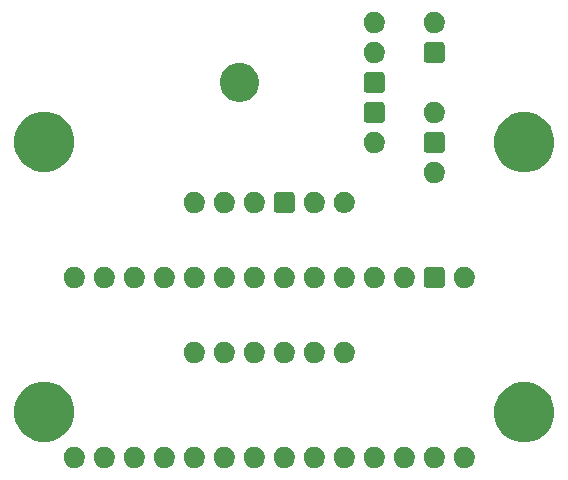
<source format=gts>
G04 #@! TF.GenerationSoftware,KiCad,Pcbnew,5.1.5+dfsg1-2build2*
G04 #@! TF.CreationDate,2021-12-24T19:22:18+01:00*
G04 #@! TF.ProjectId,spinnybee-pcb,7370696e-6e79-4626-9565-2d7063622e6b,rev?*
G04 #@! TF.SameCoordinates,Original*
G04 #@! TF.FileFunction,Soldermask,Top*
G04 #@! TF.FilePolarity,Negative*
%FSLAX46Y46*%
G04 Gerber Fmt 4.6, Leading zero omitted, Abs format (unit mm)*
G04 Created by KiCad (PCBNEW 5.1.5+dfsg1-2build2) date 2021-12-24 19:22:18*
%MOMM*%
%LPD*%
G04 APERTURE LIST*
%ADD10C,0.100000*%
G04 APERTURE END LIST*
D10*
G36*
X101713512Y-66413927D02*
G01*
X101862812Y-66443624D01*
X102026784Y-66511544D01*
X102174354Y-66610147D01*
X102299853Y-66735646D01*
X102398456Y-66883216D01*
X102466376Y-67047188D01*
X102501000Y-67221259D01*
X102501000Y-67398741D01*
X102466376Y-67572812D01*
X102398456Y-67736784D01*
X102299853Y-67884354D01*
X102174354Y-68009853D01*
X102026784Y-68108456D01*
X101862812Y-68176376D01*
X101713512Y-68206073D01*
X101688742Y-68211000D01*
X101511258Y-68211000D01*
X101486488Y-68206073D01*
X101337188Y-68176376D01*
X101173216Y-68108456D01*
X101025646Y-68009853D01*
X100900147Y-67884354D01*
X100801544Y-67736784D01*
X100733624Y-67572812D01*
X100699000Y-67398741D01*
X100699000Y-67221259D01*
X100733624Y-67047188D01*
X100801544Y-66883216D01*
X100900147Y-66735646D01*
X101025646Y-66610147D01*
X101173216Y-66511544D01*
X101337188Y-66443624D01*
X101486488Y-66413927D01*
X101511258Y-66409000D01*
X101688742Y-66409000D01*
X101713512Y-66413927D01*
G37*
G36*
X96633512Y-66413927D02*
G01*
X96782812Y-66443624D01*
X96946784Y-66511544D01*
X97094354Y-66610147D01*
X97219853Y-66735646D01*
X97318456Y-66883216D01*
X97386376Y-67047188D01*
X97421000Y-67221259D01*
X97421000Y-67398741D01*
X97386376Y-67572812D01*
X97318456Y-67736784D01*
X97219853Y-67884354D01*
X97094354Y-68009853D01*
X96946784Y-68108456D01*
X96782812Y-68176376D01*
X96633512Y-68206073D01*
X96608742Y-68211000D01*
X96431258Y-68211000D01*
X96406488Y-68206073D01*
X96257188Y-68176376D01*
X96093216Y-68108456D01*
X95945646Y-68009853D01*
X95820147Y-67884354D01*
X95721544Y-67736784D01*
X95653624Y-67572812D01*
X95619000Y-67398741D01*
X95619000Y-67221259D01*
X95653624Y-67047188D01*
X95721544Y-66883216D01*
X95820147Y-66735646D01*
X95945646Y-66610147D01*
X96093216Y-66511544D01*
X96257188Y-66443624D01*
X96406488Y-66413927D01*
X96431258Y-66409000D01*
X96608742Y-66409000D01*
X96633512Y-66413927D01*
G37*
G36*
X94093512Y-66413927D02*
G01*
X94242812Y-66443624D01*
X94406784Y-66511544D01*
X94554354Y-66610147D01*
X94679853Y-66735646D01*
X94778456Y-66883216D01*
X94846376Y-67047188D01*
X94881000Y-67221259D01*
X94881000Y-67398741D01*
X94846376Y-67572812D01*
X94778456Y-67736784D01*
X94679853Y-67884354D01*
X94554354Y-68009853D01*
X94406784Y-68108456D01*
X94242812Y-68176376D01*
X94093512Y-68206073D01*
X94068742Y-68211000D01*
X93891258Y-68211000D01*
X93866488Y-68206073D01*
X93717188Y-68176376D01*
X93553216Y-68108456D01*
X93405646Y-68009853D01*
X93280147Y-67884354D01*
X93181544Y-67736784D01*
X93113624Y-67572812D01*
X93079000Y-67398741D01*
X93079000Y-67221259D01*
X93113624Y-67047188D01*
X93181544Y-66883216D01*
X93280147Y-66735646D01*
X93405646Y-66610147D01*
X93553216Y-66511544D01*
X93717188Y-66443624D01*
X93866488Y-66413927D01*
X93891258Y-66409000D01*
X94068742Y-66409000D01*
X94093512Y-66413927D01*
G37*
G36*
X91553512Y-66413927D02*
G01*
X91702812Y-66443624D01*
X91866784Y-66511544D01*
X92014354Y-66610147D01*
X92139853Y-66735646D01*
X92238456Y-66883216D01*
X92306376Y-67047188D01*
X92341000Y-67221259D01*
X92341000Y-67398741D01*
X92306376Y-67572812D01*
X92238456Y-67736784D01*
X92139853Y-67884354D01*
X92014354Y-68009853D01*
X91866784Y-68108456D01*
X91702812Y-68176376D01*
X91553512Y-68206073D01*
X91528742Y-68211000D01*
X91351258Y-68211000D01*
X91326488Y-68206073D01*
X91177188Y-68176376D01*
X91013216Y-68108456D01*
X90865646Y-68009853D01*
X90740147Y-67884354D01*
X90641544Y-67736784D01*
X90573624Y-67572812D01*
X90539000Y-67398741D01*
X90539000Y-67221259D01*
X90573624Y-67047188D01*
X90641544Y-66883216D01*
X90740147Y-66735646D01*
X90865646Y-66610147D01*
X91013216Y-66511544D01*
X91177188Y-66443624D01*
X91326488Y-66413927D01*
X91351258Y-66409000D01*
X91528742Y-66409000D01*
X91553512Y-66413927D01*
G37*
G36*
X89013512Y-66413927D02*
G01*
X89162812Y-66443624D01*
X89326784Y-66511544D01*
X89474354Y-66610147D01*
X89599853Y-66735646D01*
X89698456Y-66883216D01*
X89766376Y-67047188D01*
X89801000Y-67221259D01*
X89801000Y-67398741D01*
X89766376Y-67572812D01*
X89698456Y-67736784D01*
X89599853Y-67884354D01*
X89474354Y-68009853D01*
X89326784Y-68108456D01*
X89162812Y-68176376D01*
X89013512Y-68206073D01*
X88988742Y-68211000D01*
X88811258Y-68211000D01*
X88786488Y-68206073D01*
X88637188Y-68176376D01*
X88473216Y-68108456D01*
X88325646Y-68009853D01*
X88200147Y-67884354D01*
X88101544Y-67736784D01*
X88033624Y-67572812D01*
X87999000Y-67398741D01*
X87999000Y-67221259D01*
X88033624Y-67047188D01*
X88101544Y-66883216D01*
X88200147Y-66735646D01*
X88325646Y-66610147D01*
X88473216Y-66511544D01*
X88637188Y-66443624D01*
X88786488Y-66413927D01*
X88811258Y-66409000D01*
X88988742Y-66409000D01*
X89013512Y-66413927D01*
G37*
G36*
X86473512Y-66413927D02*
G01*
X86622812Y-66443624D01*
X86786784Y-66511544D01*
X86934354Y-66610147D01*
X87059853Y-66735646D01*
X87158456Y-66883216D01*
X87226376Y-67047188D01*
X87261000Y-67221259D01*
X87261000Y-67398741D01*
X87226376Y-67572812D01*
X87158456Y-67736784D01*
X87059853Y-67884354D01*
X86934354Y-68009853D01*
X86786784Y-68108456D01*
X86622812Y-68176376D01*
X86473512Y-68206073D01*
X86448742Y-68211000D01*
X86271258Y-68211000D01*
X86246488Y-68206073D01*
X86097188Y-68176376D01*
X85933216Y-68108456D01*
X85785646Y-68009853D01*
X85660147Y-67884354D01*
X85561544Y-67736784D01*
X85493624Y-67572812D01*
X85459000Y-67398741D01*
X85459000Y-67221259D01*
X85493624Y-67047188D01*
X85561544Y-66883216D01*
X85660147Y-66735646D01*
X85785646Y-66610147D01*
X85933216Y-66511544D01*
X86097188Y-66443624D01*
X86246488Y-66413927D01*
X86271258Y-66409000D01*
X86448742Y-66409000D01*
X86473512Y-66413927D01*
G37*
G36*
X83933512Y-66413927D02*
G01*
X84082812Y-66443624D01*
X84246784Y-66511544D01*
X84394354Y-66610147D01*
X84519853Y-66735646D01*
X84618456Y-66883216D01*
X84686376Y-67047188D01*
X84721000Y-67221259D01*
X84721000Y-67398741D01*
X84686376Y-67572812D01*
X84618456Y-67736784D01*
X84519853Y-67884354D01*
X84394354Y-68009853D01*
X84246784Y-68108456D01*
X84082812Y-68176376D01*
X83933512Y-68206073D01*
X83908742Y-68211000D01*
X83731258Y-68211000D01*
X83706488Y-68206073D01*
X83557188Y-68176376D01*
X83393216Y-68108456D01*
X83245646Y-68009853D01*
X83120147Y-67884354D01*
X83021544Y-67736784D01*
X82953624Y-67572812D01*
X82919000Y-67398741D01*
X82919000Y-67221259D01*
X82953624Y-67047188D01*
X83021544Y-66883216D01*
X83120147Y-66735646D01*
X83245646Y-66610147D01*
X83393216Y-66511544D01*
X83557188Y-66443624D01*
X83706488Y-66413927D01*
X83731258Y-66409000D01*
X83908742Y-66409000D01*
X83933512Y-66413927D01*
G37*
G36*
X81393512Y-66413927D02*
G01*
X81542812Y-66443624D01*
X81706784Y-66511544D01*
X81854354Y-66610147D01*
X81979853Y-66735646D01*
X82078456Y-66883216D01*
X82146376Y-67047188D01*
X82181000Y-67221259D01*
X82181000Y-67398741D01*
X82146376Y-67572812D01*
X82078456Y-67736784D01*
X81979853Y-67884354D01*
X81854354Y-68009853D01*
X81706784Y-68108456D01*
X81542812Y-68176376D01*
X81393512Y-68206073D01*
X81368742Y-68211000D01*
X81191258Y-68211000D01*
X81166488Y-68206073D01*
X81017188Y-68176376D01*
X80853216Y-68108456D01*
X80705646Y-68009853D01*
X80580147Y-67884354D01*
X80481544Y-67736784D01*
X80413624Y-67572812D01*
X80379000Y-67398741D01*
X80379000Y-67221259D01*
X80413624Y-67047188D01*
X80481544Y-66883216D01*
X80580147Y-66735646D01*
X80705646Y-66610147D01*
X80853216Y-66511544D01*
X81017188Y-66443624D01*
X81166488Y-66413927D01*
X81191258Y-66409000D01*
X81368742Y-66409000D01*
X81393512Y-66413927D01*
G37*
G36*
X78853512Y-66413927D02*
G01*
X79002812Y-66443624D01*
X79166784Y-66511544D01*
X79314354Y-66610147D01*
X79439853Y-66735646D01*
X79538456Y-66883216D01*
X79606376Y-67047188D01*
X79641000Y-67221259D01*
X79641000Y-67398741D01*
X79606376Y-67572812D01*
X79538456Y-67736784D01*
X79439853Y-67884354D01*
X79314354Y-68009853D01*
X79166784Y-68108456D01*
X79002812Y-68176376D01*
X78853512Y-68206073D01*
X78828742Y-68211000D01*
X78651258Y-68211000D01*
X78626488Y-68206073D01*
X78477188Y-68176376D01*
X78313216Y-68108456D01*
X78165646Y-68009853D01*
X78040147Y-67884354D01*
X77941544Y-67736784D01*
X77873624Y-67572812D01*
X77839000Y-67398741D01*
X77839000Y-67221259D01*
X77873624Y-67047188D01*
X77941544Y-66883216D01*
X78040147Y-66735646D01*
X78165646Y-66610147D01*
X78313216Y-66511544D01*
X78477188Y-66443624D01*
X78626488Y-66413927D01*
X78651258Y-66409000D01*
X78828742Y-66409000D01*
X78853512Y-66413927D01*
G37*
G36*
X76313512Y-66413927D02*
G01*
X76462812Y-66443624D01*
X76626784Y-66511544D01*
X76774354Y-66610147D01*
X76899853Y-66735646D01*
X76998456Y-66883216D01*
X77066376Y-67047188D01*
X77101000Y-67221259D01*
X77101000Y-67398741D01*
X77066376Y-67572812D01*
X76998456Y-67736784D01*
X76899853Y-67884354D01*
X76774354Y-68009853D01*
X76626784Y-68108456D01*
X76462812Y-68176376D01*
X76313512Y-68206073D01*
X76288742Y-68211000D01*
X76111258Y-68211000D01*
X76086488Y-68206073D01*
X75937188Y-68176376D01*
X75773216Y-68108456D01*
X75625646Y-68009853D01*
X75500147Y-67884354D01*
X75401544Y-67736784D01*
X75333624Y-67572812D01*
X75299000Y-67398741D01*
X75299000Y-67221259D01*
X75333624Y-67047188D01*
X75401544Y-66883216D01*
X75500147Y-66735646D01*
X75625646Y-66610147D01*
X75773216Y-66511544D01*
X75937188Y-66443624D01*
X76086488Y-66413927D01*
X76111258Y-66409000D01*
X76288742Y-66409000D01*
X76313512Y-66413927D01*
G37*
G36*
X73773512Y-66413927D02*
G01*
X73922812Y-66443624D01*
X74086784Y-66511544D01*
X74234354Y-66610147D01*
X74359853Y-66735646D01*
X74458456Y-66883216D01*
X74526376Y-67047188D01*
X74561000Y-67221259D01*
X74561000Y-67398741D01*
X74526376Y-67572812D01*
X74458456Y-67736784D01*
X74359853Y-67884354D01*
X74234354Y-68009853D01*
X74086784Y-68108456D01*
X73922812Y-68176376D01*
X73773512Y-68206073D01*
X73748742Y-68211000D01*
X73571258Y-68211000D01*
X73546488Y-68206073D01*
X73397188Y-68176376D01*
X73233216Y-68108456D01*
X73085646Y-68009853D01*
X72960147Y-67884354D01*
X72861544Y-67736784D01*
X72793624Y-67572812D01*
X72759000Y-67398741D01*
X72759000Y-67221259D01*
X72793624Y-67047188D01*
X72861544Y-66883216D01*
X72960147Y-66735646D01*
X73085646Y-66610147D01*
X73233216Y-66511544D01*
X73397188Y-66443624D01*
X73546488Y-66413927D01*
X73571258Y-66409000D01*
X73748742Y-66409000D01*
X73773512Y-66413927D01*
G37*
G36*
X71233512Y-66413927D02*
G01*
X71382812Y-66443624D01*
X71546784Y-66511544D01*
X71694354Y-66610147D01*
X71819853Y-66735646D01*
X71918456Y-66883216D01*
X71986376Y-67047188D01*
X72021000Y-67221259D01*
X72021000Y-67398741D01*
X71986376Y-67572812D01*
X71918456Y-67736784D01*
X71819853Y-67884354D01*
X71694354Y-68009853D01*
X71546784Y-68108456D01*
X71382812Y-68176376D01*
X71233512Y-68206073D01*
X71208742Y-68211000D01*
X71031258Y-68211000D01*
X71006488Y-68206073D01*
X70857188Y-68176376D01*
X70693216Y-68108456D01*
X70545646Y-68009853D01*
X70420147Y-67884354D01*
X70321544Y-67736784D01*
X70253624Y-67572812D01*
X70219000Y-67398741D01*
X70219000Y-67221259D01*
X70253624Y-67047188D01*
X70321544Y-66883216D01*
X70420147Y-66735646D01*
X70545646Y-66610147D01*
X70693216Y-66511544D01*
X70857188Y-66443624D01*
X71006488Y-66413927D01*
X71031258Y-66409000D01*
X71208742Y-66409000D01*
X71233512Y-66413927D01*
G37*
G36*
X68693512Y-66413927D02*
G01*
X68842812Y-66443624D01*
X69006784Y-66511544D01*
X69154354Y-66610147D01*
X69279853Y-66735646D01*
X69378456Y-66883216D01*
X69446376Y-67047188D01*
X69481000Y-67221259D01*
X69481000Y-67398741D01*
X69446376Y-67572812D01*
X69378456Y-67736784D01*
X69279853Y-67884354D01*
X69154354Y-68009853D01*
X69006784Y-68108456D01*
X68842812Y-68176376D01*
X68693512Y-68206073D01*
X68668742Y-68211000D01*
X68491258Y-68211000D01*
X68466488Y-68206073D01*
X68317188Y-68176376D01*
X68153216Y-68108456D01*
X68005646Y-68009853D01*
X67880147Y-67884354D01*
X67781544Y-67736784D01*
X67713624Y-67572812D01*
X67679000Y-67398741D01*
X67679000Y-67221259D01*
X67713624Y-67047188D01*
X67781544Y-66883216D01*
X67880147Y-66735646D01*
X68005646Y-66610147D01*
X68153216Y-66511544D01*
X68317188Y-66443624D01*
X68466488Y-66413927D01*
X68491258Y-66409000D01*
X68668742Y-66409000D01*
X68693512Y-66413927D01*
G37*
G36*
X99173512Y-66413927D02*
G01*
X99322812Y-66443624D01*
X99486784Y-66511544D01*
X99634354Y-66610147D01*
X99759853Y-66735646D01*
X99858456Y-66883216D01*
X99926376Y-67047188D01*
X99961000Y-67221259D01*
X99961000Y-67398741D01*
X99926376Y-67572812D01*
X99858456Y-67736784D01*
X99759853Y-67884354D01*
X99634354Y-68009853D01*
X99486784Y-68108456D01*
X99322812Y-68176376D01*
X99173512Y-68206073D01*
X99148742Y-68211000D01*
X98971258Y-68211000D01*
X98946488Y-68206073D01*
X98797188Y-68176376D01*
X98633216Y-68108456D01*
X98485646Y-68009853D01*
X98360147Y-67884354D01*
X98261544Y-67736784D01*
X98193624Y-67572812D01*
X98159000Y-67398741D01*
X98159000Y-67221259D01*
X98193624Y-67047188D01*
X98261544Y-66883216D01*
X98360147Y-66735646D01*
X98485646Y-66610147D01*
X98633216Y-66511544D01*
X98797188Y-66443624D01*
X98946488Y-66413927D01*
X98971258Y-66409000D01*
X99148742Y-66409000D01*
X99173512Y-66413927D01*
G37*
G36*
X107424098Y-61047033D02*
G01*
X107765227Y-61188333D01*
X107888352Y-61239333D01*
X108306168Y-61518509D01*
X108661491Y-61873832D01*
X108906591Y-62240650D01*
X108940668Y-62291650D01*
X109132967Y-62755902D01*
X109231000Y-63248747D01*
X109231000Y-63751253D01*
X109132967Y-64244098D01*
X108961793Y-64657350D01*
X108940667Y-64708352D01*
X108661491Y-65126168D01*
X108306168Y-65481491D01*
X107888352Y-65760667D01*
X107888351Y-65760668D01*
X107888350Y-65760668D01*
X107424098Y-65952967D01*
X106931253Y-66051000D01*
X106428747Y-66051000D01*
X105935902Y-65952967D01*
X105471650Y-65760668D01*
X105471649Y-65760668D01*
X105471648Y-65760667D01*
X105053832Y-65481491D01*
X104698509Y-65126168D01*
X104419333Y-64708352D01*
X104398207Y-64657350D01*
X104227033Y-64244098D01*
X104129000Y-63751253D01*
X104129000Y-63248747D01*
X104227033Y-62755902D01*
X104419332Y-62291650D01*
X104453409Y-62240650D01*
X104698509Y-61873832D01*
X105053832Y-61518509D01*
X105471648Y-61239333D01*
X105594773Y-61188333D01*
X105935902Y-61047033D01*
X106428747Y-60949000D01*
X106931253Y-60949000D01*
X107424098Y-61047033D01*
G37*
G36*
X66784098Y-60996033D02*
G01*
X67248350Y-61188332D01*
X67248352Y-61188333D01*
X67666168Y-61467509D01*
X68021491Y-61822832D01*
X68300667Y-62240648D01*
X68300668Y-62240650D01*
X68492967Y-62704902D01*
X68591000Y-63197747D01*
X68591000Y-63700253D01*
X68492967Y-64193098D01*
X68300668Y-64657350D01*
X68300667Y-64657352D01*
X68021491Y-65075168D01*
X67666168Y-65430491D01*
X67248352Y-65709667D01*
X67248351Y-65709668D01*
X67248350Y-65709668D01*
X66784098Y-65901967D01*
X66291253Y-66000000D01*
X65788747Y-66000000D01*
X65295902Y-65901967D01*
X64831650Y-65709668D01*
X64831649Y-65709668D01*
X64831648Y-65709667D01*
X64413832Y-65430491D01*
X64058509Y-65075168D01*
X63779333Y-64657352D01*
X63779332Y-64657350D01*
X63587033Y-64193098D01*
X63489000Y-63700253D01*
X63489000Y-63197747D01*
X63587033Y-62704902D01*
X63779332Y-62240650D01*
X63779333Y-62240648D01*
X64058509Y-61822832D01*
X64413832Y-61467509D01*
X64831648Y-61188333D01*
X64831650Y-61188332D01*
X65295902Y-60996033D01*
X65788747Y-60898000D01*
X66291253Y-60898000D01*
X66784098Y-60996033D01*
G37*
G36*
X91553512Y-57523927D02*
G01*
X91702812Y-57553624D01*
X91866784Y-57621544D01*
X92014354Y-57720147D01*
X92139853Y-57845646D01*
X92238456Y-57993216D01*
X92306376Y-58157188D01*
X92341000Y-58331259D01*
X92341000Y-58508741D01*
X92306376Y-58682812D01*
X92238456Y-58846784D01*
X92139853Y-58994354D01*
X92014354Y-59119853D01*
X91866784Y-59218456D01*
X91702812Y-59286376D01*
X91553512Y-59316073D01*
X91528742Y-59321000D01*
X91351258Y-59321000D01*
X91326488Y-59316073D01*
X91177188Y-59286376D01*
X91013216Y-59218456D01*
X90865646Y-59119853D01*
X90740147Y-58994354D01*
X90641544Y-58846784D01*
X90573624Y-58682812D01*
X90539000Y-58508741D01*
X90539000Y-58331259D01*
X90573624Y-58157188D01*
X90641544Y-57993216D01*
X90740147Y-57845646D01*
X90865646Y-57720147D01*
X91013216Y-57621544D01*
X91177188Y-57553624D01*
X91326488Y-57523927D01*
X91351258Y-57519000D01*
X91528742Y-57519000D01*
X91553512Y-57523927D01*
G37*
G36*
X89013512Y-57523927D02*
G01*
X89162812Y-57553624D01*
X89326784Y-57621544D01*
X89474354Y-57720147D01*
X89599853Y-57845646D01*
X89698456Y-57993216D01*
X89766376Y-58157188D01*
X89801000Y-58331259D01*
X89801000Y-58508741D01*
X89766376Y-58682812D01*
X89698456Y-58846784D01*
X89599853Y-58994354D01*
X89474354Y-59119853D01*
X89326784Y-59218456D01*
X89162812Y-59286376D01*
X89013512Y-59316073D01*
X88988742Y-59321000D01*
X88811258Y-59321000D01*
X88786488Y-59316073D01*
X88637188Y-59286376D01*
X88473216Y-59218456D01*
X88325646Y-59119853D01*
X88200147Y-58994354D01*
X88101544Y-58846784D01*
X88033624Y-58682812D01*
X87999000Y-58508741D01*
X87999000Y-58331259D01*
X88033624Y-58157188D01*
X88101544Y-57993216D01*
X88200147Y-57845646D01*
X88325646Y-57720147D01*
X88473216Y-57621544D01*
X88637188Y-57553624D01*
X88786488Y-57523927D01*
X88811258Y-57519000D01*
X88988742Y-57519000D01*
X89013512Y-57523927D01*
G37*
G36*
X86473512Y-57523927D02*
G01*
X86622812Y-57553624D01*
X86786784Y-57621544D01*
X86934354Y-57720147D01*
X87059853Y-57845646D01*
X87158456Y-57993216D01*
X87226376Y-58157188D01*
X87261000Y-58331259D01*
X87261000Y-58508741D01*
X87226376Y-58682812D01*
X87158456Y-58846784D01*
X87059853Y-58994354D01*
X86934354Y-59119853D01*
X86786784Y-59218456D01*
X86622812Y-59286376D01*
X86473512Y-59316073D01*
X86448742Y-59321000D01*
X86271258Y-59321000D01*
X86246488Y-59316073D01*
X86097188Y-59286376D01*
X85933216Y-59218456D01*
X85785646Y-59119853D01*
X85660147Y-58994354D01*
X85561544Y-58846784D01*
X85493624Y-58682812D01*
X85459000Y-58508741D01*
X85459000Y-58331259D01*
X85493624Y-58157188D01*
X85561544Y-57993216D01*
X85660147Y-57845646D01*
X85785646Y-57720147D01*
X85933216Y-57621544D01*
X86097188Y-57553624D01*
X86246488Y-57523927D01*
X86271258Y-57519000D01*
X86448742Y-57519000D01*
X86473512Y-57523927D01*
G37*
G36*
X83933512Y-57523927D02*
G01*
X84082812Y-57553624D01*
X84246784Y-57621544D01*
X84394354Y-57720147D01*
X84519853Y-57845646D01*
X84618456Y-57993216D01*
X84686376Y-58157188D01*
X84721000Y-58331259D01*
X84721000Y-58508741D01*
X84686376Y-58682812D01*
X84618456Y-58846784D01*
X84519853Y-58994354D01*
X84394354Y-59119853D01*
X84246784Y-59218456D01*
X84082812Y-59286376D01*
X83933512Y-59316073D01*
X83908742Y-59321000D01*
X83731258Y-59321000D01*
X83706488Y-59316073D01*
X83557188Y-59286376D01*
X83393216Y-59218456D01*
X83245646Y-59119853D01*
X83120147Y-58994354D01*
X83021544Y-58846784D01*
X82953624Y-58682812D01*
X82919000Y-58508741D01*
X82919000Y-58331259D01*
X82953624Y-58157188D01*
X83021544Y-57993216D01*
X83120147Y-57845646D01*
X83245646Y-57720147D01*
X83393216Y-57621544D01*
X83557188Y-57553624D01*
X83706488Y-57523927D01*
X83731258Y-57519000D01*
X83908742Y-57519000D01*
X83933512Y-57523927D01*
G37*
G36*
X81393512Y-57523927D02*
G01*
X81542812Y-57553624D01*
X81706784Y-57621544D01*
X81854354Y-57720147D01*
X81979853Y-57845646D01*
X82078456Y-57993216D01*
X82146376Y-58157188D01*
X82181000Y-58331259D01*
X82181000Y-58508741D01*
X82146376Y-58682812D01*
X82078456Y-58846784D01*
X81979853Y-58994354D01*
X81854354Y-59119853D01*
X81706784Y-59218456D01*
X81542812Y-59286376D01*
X81393512Y-59316073D01*
X81368742Y-59321000D01*
X81191258Y-59321000D01*
X81166488Y-59316073D01*
X81017188Y-59286376D01*
X80853216Y-59218456D01*
X80705646Y-59119853D01*
X80580147Y-58994354D01*
X80481544Y-58846784D01*
X80413624Y-58682812D01*
X80379000Y-58508741D01*
X80379000Y-58331259D01*
X80413624Y-58157188D01*
X80481544Y-57993216D01*
X80580147Y-57845646D01*
X80705646Y-57720147D01*
X80853216Y-57621544D01*
X81017188Y-57553624D01*
X81166488Y-57523927D01*
X81191258Y-57519000D01*
X81368742Y-57519000D01*
X81393512Y-57523927D01*
G37*
G36*
X78853512Y-57523927D02*
G01*
X79002812Y-57553624D01*
X79166784Y-57621544D01*
X79314354Y-57720147D01*
X79439853Y-57845646D01*
X79538456Y-57993216D01*
X79606376Y-58157188D01*
X79641000Y-58331259D01*
X79641000Y-58508741D01*
X79606376Y-58682812D01*
X79538456Y-58846784D01*
X79439853Y-58994354D01*
X79314354Y-59119853D01*
X79166784Y-59218456D01*
X79002812Y-59286376D01*
X78853512Y-59316073D01*
X78828742Y-59321000D01*
X78651258Y-59321000D01*
X78626488Y-59316073D01*
X78477188Y-59286376D01*
X78313216Y-59218456D01*
X78165646Y-59119853D01*
X78040147Y-58994354D01*
X77941544Y-58846784D01*
X77873624Y-58682812D01*
X77839000Y-58508741D01*
X77839000Y-58331259D01*
X77873624Y-58157188D01*
X77941544Y-57993216D01*
X78040147Y-57845646D01*
X78165646Y-57720147D01*
X78313216Y-57621544D01*
X78477188Y-57553624D01*
X78626488Y-57523927D01*
X78651258Y-57519000D01*
X78828742Y-57519000D01*
X78853512Y-57523927D01*
G37*
G36*
X68693512Y-51173927D02*
G01*
X68842812Y-51203624D01*
X69006784Y-51271544D01*
X69154354Y-51370147D01*
X69279853Y-51495646D01*
X69378456Y-51643216D01*
X69446376Y-51807188D01*
X69481000Y-51981259D01*
X69481000Y-52158741D01*
X69446376Y-52332812D01*
X69378456Y-52496784D01*
X69279853Y-52644354D01*
X69154354Y-52769853D01*
X69006784Y-52868456D01*
X68842812Y-52936376D01*
X68693512Y-52966073D01*
X68668742Y-52971000D01*
X68491258Y-52971000D01*
X68466488Y-52966073D01*
X68317188Y-52936376D01*
X68153216Y-52868456D01*
X68005646Y-52769853D01*
X67880147Y-52644354D01*
X67781544Y-52496784D01*
X67713624Y-52332812D01*
X67679000Y-52158741D01*
X67679000Y-51981259D01*
X67713624Y-51807188D01*
X67781544Y-51643216D01*
X67880147Y-51495646D01*
X68005646Y-51370147D01*
X68153216Y-51271544D01*
X68317188Y-51203624D01*
X68466488Y-51173927D01*
X68491258Y-51169000D01*
X68668742Y-51169000D01*
X68693512Y-51173927D01*
G37*
G36*
X71233512Y-51173927D02*
G01*
X71382812Y-51203624D01*
X71546784Y-51271544D01*
X71694354Y-51370147D01*
X71819853Y-51495646D01*
X71918456Y-51643216D01*
X71986376Y-51807188D01*
X72021000Y-51981259D01*
X72021000Y-52158741D01*
X71986376Y-52332812D01*
X71918456Y-52496784D01*
X71819853Y-52644354D01*
X71694354Y-52769853D01*
X71546784Y-52868456D01*
X71382812Y-52936376D01*
X71233512Y-52966073D01*
X71208742Y-52971000D01*
X71031258Y-52971000D01*
X71006488Y-52966073D01*
X70857188Y-52936376D01*
X70693216Y-52868456D01*
X70545646Y-52769853D01*
X70420147Y-52644354D01*
X70321544Y-52496784D01*
X70253624Y-52332812D01*
X70219000Y-52158741D01*
X70219000Y-51981259D01*
X70253624Y-51807188D01*
X70321544Y-51643216D01*
X70420147Y-51495646D01*
X70545646Y-51370147D01*
X70693216Y-51271544D01*
X70857188Y-51203624D01*
X71006488Y-51173927D01*
X71031258Y-51169000D01*
X71208742Y-51169000D01*
X71233512Y-51173927D01*
G37*
G36*
X73773512Y-51173927D02*
G01*
X73922812Y-51203624D01*
X74086784Y-51271544D01*
X74234354Y-51370147D01*
X74359853Y-51495646D01*
X74458456Y-51643216D01*
X74526376Y-51807188D01*
X74561000Y-51981259D01*
X74561000Y-52158741D01*
X74526376Y-52332812D01*
X74458456Y-52496784D01*
X74359853Y-52644354D01*
X74234354Y-52769853D01*
X74086784Y-52868456D01*
X73922812Y-52936376D01*
X73773512Y-52966073D01*
X73748742Y-52971000D01*
X73571258Y-52971000D01*
X73546488Y-52966073D01*
X73397188Y-52936376D01*
X73233216Y-52868456D01*
X73085646Y-52769853D01*
X72960147Y-52644354D01*
X72861544Y-52496784D01*
X72793624Y-52332812D01*
X72759000Y-52158741D01*
X72759000Y-51981259D01*
X72793624Y-51807188D01*
X72861544Y-51643216D01*
X72960147Y-51495646D01*
X73085646Y-51370147D01*
X73233216Y-51271544D01*
X73397188Y-51203624D01*
X73546488Y-51173927D01*
X73571258Y-51169000D01*
X73748742Y-51169000D01*
X73773512Y-51173927D01*
G37*
G36*
X78853512Y-51173927D02*
G01*
X79002812Y-51203624D01*
X79166784Y-51271544D01*
X79314354Y-51370147D01*
X79439853Y-51495646D01*
X79538456Y-51643216D01*
X79606376Y-51807188D01*
X79641000Y-51981259D01*
X79641000Y-52158741D01*
X79606376Y-52332812D01*
X79538456Y-52496784D01*
X79439853Y-52644354D01*
X79314354Y-52769853D01*
X79166784Y-52868456D01*
X79002812Y-52936376D01*
X78853512Y-52966073D01*
X78828742Y-52971000D01*
X78651258Y-52971000D01*
X78626488Y-52966073D01*
X78477188Y-52936376D01*
X78313216Y-52868456D01*
X78165646Y-52769853D01*
X78040147Y-52644354D01*
X77941544Y-52496784D01*
X77873624Y-52332812D01*
X77839000Y-52158741D01*
X77839000Y-51981259D01*
X77873624Y-51807188D01*
X77941544Y-51643216D01*
X78040147Y-51495646D01*
X78165646Y-51370147D01*
X78313216Y-51271544D01*
X78477188Y-51203624D01*
X78626488Y-51173927D01*
X78651258Y-51169000D01*
X78828742Y-51169000D01*
X78853512Y-51173927D01*
G37*
G36*
X101713512Y-51173927D02*
G01*
X101862812Y-51203624D01*
X102026784Y-51271544D01*
X102174354Y-51370147D01*
X102299853Y-51495646D01*
X102398456Y-51643216D01*
X102466376Y-51807188D01*
X102501000Y-51981259D01*
X102501000Y-52158741D01*
X102466376Y-52332812D01*
X102398456Y-52496784D01*
X102299853Y-52644354D01*
X102174354Y-52769853D01*
X102026784Y-52868456D01*
X101862812Y-52936376D01*
X101713512Y-52966073D01*
X101688742Y-52971000D01*
X101511258Y-52971000D01*
X101486488Y-52966073D01*
X101337188Y-52936376D01*
X101173216Y-52868456D01*
X101025646Y-52769853D01*
X100900147Y-52644354D01*
X100801544Y-52496784D01*
X100733624Y-52332812D01*
X100699000Y-52158741D01*
X100699000Y-51981259D01*
X100733624Y-51807188D01*
X100801544Y-51643216D01*
X100900147Y-51495646D01*
X101025646Y-51370147D01*
X101173216Y-51271544D01*
X101337188Y-51203624D01*
X101486488Y-51173927D01*
X101511258Y-51169000D01*
X101688742Y-51169000D01*
X101713512Y-51173927D01*
G37*
G36*
X91553512Y-51173927D02*
G01*
X91702812Y-51203624D01*
X91866784Y-51271544D01*
X92014354Y-51370147D01*
X92139853Y-51495646D01*
X92238456Y-51643216D01*
X92306376Y-51807188D01*
X92341000Y-51981259D01*
X92341000Y-52158741D01*
X92306376Y-52332812D01*
X92238456Y-52496784D01*
X92139853Y-52644354D01*
X92014354Y-52769853D01*
X91866784Y-52868456D01*
X91702812Y-52936376D01*
X91553512Y-52966073D01*
X91528742Y-52971000D01*
X91351258Y-52971000D01*
X91326488Y-52966073D01*
X91177188Y-52936376D01*
X91013216Y-52868456D01*
X90865646Y-52769853D01*
X90740147Y-52644354D01*
X90641544Y-52496784D01*
X90573624Y-52332812D01*
X90539000Y-52158741D01*
X90539000Y-51981259D01*
X90573624Y-51807188D01*
X90641544Y-51643216D01*
X90740147Y-51495646D01*
X90865646Y-51370147D01*
X91013216Y-51271544D01*
X91177188Y-51203624D01*
X91326488Y-51173927D01*
X91351258Y-51169000D01*
X91528742Y-51169000D01*
X91553512Y-51173927D01*
G37*
G36*
X99648578Y-51177048D02*
G01*
X99721249Y-51199093D01*
X99788225Y-51234892D01*
X99846930Y-51283070D01*
X99895108Y-51341775D01*
X99930907Y-51408751D01*
X99952952Y-51481422D01*
X99961000Y-51563140D01*
X99961000Y-52576860D01*
X99952952Y-52658578D01*
X99930907Y-52731249D01*
X99895108Y-52798225D01*
X99846930Y-52856930D01*
X99788225Y-52905108D01*
X99721249Y-52940907D01*
X99648578Y-52962952D01*
X99566860Y-52971000D01*
X98553140Y-52971000D01*
X98471422Y-52962952D01*
X98398751Y-52940907D01*
X98331775Y-52905108D01*
X98273070Y-52856930D01*
X98224892Y-52798225D01*
X98189093Y-52731249D01*
X98167048Y-52658578D01*
X98159000Y-52576860D01*
X98159000Y-51563140D01*
X98167048Y-51481422D01*
X98189093Y-51408751D01*
X98224892Y-51341775D01*
X98273070Y-51283070D01*
X98331775Y-51234892D01*
X98398751Y-51199093D01*
X98471422Y-51177048D01*
X98553140Y-51169000D01*
X99566860Y-51169000D01*
X99648578Y-51177048D01*
G37*
G36*
X94093512Y-51173927D02*
G01*
X94242812Y-51203624D01*
X94406784Y-51271544D01*
X94554354Y-51370147D01*
X94679853Y-51495646D01*
X94778456Y-51643216D01*
X94846376Y-51807188D01*
X94881000Y-51981259D01*
X94881000Y-52158741D01*
X94846376Y-52332812D01*
X94778456Y-52496784D01*
X94679853Y-52644354D01*
X94554354Y-52769853D01*
X94406784Y-52868456D01*
X94242812Y-52936376D01*
X94093512Y-52966073D01*
X94068742Y-52971000D01*
X93891258Y-52971000D01*
X93866488Y-52966073D01*
X93717188Y-52936376D01*
X93553216Y-52868456D01*
X93405646Y-52769853D01*
X93280147Y-52644354D01*
X93181544Y-52496784D01*
X93113624Y-52332812D01*
X93079000Y-52158741D01*
X93079000Y-51981259D01*
X93113624Y-51807188D01*
X93181544Y-51643216D01*
X93280147Y-51495646D01*
X93405646Y-51370147D01*
X93553216Y-51271544D01*
X93717188Y-51203624D01*
X93866488Y-51173927D01*
X93891258Y-51169000D01*
X94068742Y-51169000D01*
X94093512Y-51173927D01*
G37*
G36*
X89013512Y-51173927D02*
G01*
X89162812Y-51203624D01*
X89326784Y-51271544D01*
X89474354Y-51370147D01*
X89599853Y-51495646D01*
X89698456Y-51643216D01*
X89766376Y-51807188D01*
X89801000Y-51981259D01*
X89801000Y-52158741D01*
X89766376Y-52332812D01*
X89698456Y-52496784D01*
X89599853Y-52644354D01*
X89474354Y-52769853D01*
X89326784Y-52868456D01*
X89162812Y-52936376D01*
X89013512Y-52966073D01*
X88988742Y-52971000D01*
X88811258Y-52971000D01*
X88786488Y-52966073D01*
X88637188Y-52936376D01*
X88473216Y-52868456D01*
X88325646Y-52769853D01*
X88200147Y-52644354D01*
X88101544Y-52496784D01*
X88033624Y-52332812D01*
X87999000Y-52158741D01*
X87999000Y-51981259D01*
X88033624Y-51807188D01*
X88101544Y-51643216D01*
X88200147Y-51495646D01*
X88325646Y-51370147D01*
X88473216Y-51271544D01*
X88637188Y-51203624D01*
X88786488Y-51173927D01*
X88811258Y-51169000D01*
X88988742Y-51169000D01*
X89013512Y-51173927D01*
G37*
G36*
X86473512Y-51173927D02*
G01*
X86622812Y-51203624D01*
X86786784Y-51271544D01*
X86934354Y-51370147D01*
X87059853Y-51495646D01*
X87158456Y-51643216D01*
X87226376Y-51807188D01*
X87261000Y-51981259D01*
X87261000Y-52158741D01*
X87226376Y-52332812D01*
X87158456Y-52496784D01*
X87059853Y-52644354D01*
X86934354Y-52769853D01*
X86786784Y-52868456D01*
X86622812Y-52936376D01*
X86473512Y-52966073D01*
X86448742Y-52971000D01*
X86271258Y-52971000D01*
X86246488Y-52966073D01*
X86097188Y-52936376D01*
X85933216Y-52868456D01*
X85785646Y-52769853D01*
X85660147Y-52644354D01*
X85561544Y-52496784D01*
X85493624Y-52332812D01*
X85459000Y-52158741D01*
X85459000Y-51981259D01*
X85493624Y-51807188D01*
X85561544Y-51643216D01*
X85660147Y-51495646D01*
X85785646Y-51370147D01*
X85933216Y-51271544D01*
X86097188Y-51203624D01*
X86246488Y-51173927D01*
X86271258Y-51169000D01*
X86448742Y-51169000D01*
X86473512Y-51173927D01*
G37*
G36*
X83933512Y-51173927D02*
G01*
X84082812Y-51203624D01*
X84246784Y-51271544D01*
X84394354Y-51370147D01*
X84519853Y-51495646D01*
X84618456Y-51643216D01*
X84686376Y-51807188D01*
X84721000Y-51981259D01*
X84721000Y-52158741D01*
X84686376Y-52332812D01*
X84618456Y-52496784D01*
X84519853Y-52644354D01*
X84394354Y-52769853D01*
X84246784Y-52868456D01*
X84082812Y-52936376D01*
X83933512Y-52966073D01*
X83908742Y-52971000D01*
X83731258Y-52971000D01*
X83706488Y-52966073D01*
X83557188Y-52936376D01*
X83393216Y-52868456D01*
X83245646Y-52769853D01*
X83120147Y-52644354D01*
X83021544Y-52496784D01*
X82953624Y-52332812D01*
X82919000Y-52158741D01*
X82919000Y-51981259D01*
X82953624Y-51807188D01*
X83021544Y-51643216D01*
X83120147Y-51495646D01*
X83245646Y-51370147D01*
X83393216Y-51271544D01*
X83557188Y-51203624D01*
X83706488Y-51173927D01*
X83731258Y-51169000D01*
X83908742Y-51169000D01*
X83933512Y-51173927D01*
G37*
G36*
X76313512Y-51173927D02*
G01*
X76462812Y-51203624D01*
X76626784Y-51271544D01*
X76774354Y-51370147D01*
X76899853Y-51495646D01*
X76998456Y-51643216D01*
X77066376Y-51807188D01*
X77101000Y-51981259D01*
X77101000Y-52158741D01*
X77066376Y-52332812D01*
X76998456Y-52496784D01*
X76899853Y-52644354D01*
X76774354Y-52769853D01*
X76626784Y-52868456D01*
X76462812Y-52936376D01*
X76313512Y-52966073D01*
X76288742Y-52971000D01*
X76111258Y-52971000D01*
X76086488Y-52966073D01*
X75937188Y-52936376D01*
X75773216Y-52868456D01*
X75625646Y-52769853D01*
X75500147Y-52644354D01*
X75401544Y-52496784D01*
X75333624Y-52332812D01*
X75299000Y-52158741D01*
X75299000Y-51981259D01*
X75333624Y-51807188D01*
X75401544Y-51643216D01*
X75500147Y-51495646D01*
X75625646Y-51370147D01*
X75773216Y-51271544D01*
X75937188Y-51203624D01*
X76086488Y-51173927D01*
X76111258Y-51169000D01*
X76288742Y-51169000D01*
X76313512Y-51173927D01*
G37*
G36*
X81393512Y-51173927D02*
G01*
X81542812Y-51203624D01*
X81706784Y-51271544D01*
X81854354Y-51370147D01*
X81979853Y-51495646D01*
X82078456Y-51643216D01*
X82146376Y-51807188D01*
X82181000Y-51981259D01*
X82181000Y-52158741D01*
X82146376Y-52332812D01*
X82078456Y-52496784D01*
X81979853Y-52644354D01*
X81854354Y-52769853D01*
X81706784Y-52868456D01*
X81542812Y-52936376D01*
X81393512Y-52966073D01*
X81368742Y-52971000D01*
X81191258Y-52971000D01*
X81166488Y-52966073D01*
X81017188Y-52936376D01*
X80853216Y-52868456D01*
X80705646Y-52769853D01*
X80580147Y-52644354D01*
X80481544Y-52496784D01*
X80413624Y-52332812D01*
X80379000Y-52158741D01*
X80379000Y-51981259D01*
X80413624Y-51807188D01*
X80481544Y-51643216D01*
X80580147Y-51495646D01*
X80705646Y-51370147D01*
X80853216Y-51271544D01*
X81017188Y-51203624D01*
X81166488Y-51173927D01*
X81191258Y-51169000D01*
X81368742Y-51169000D01*
X81393512Y-51173927D01*
G37*
G36*
X96633512Y-51173927D02*
G01*
X96782812Y-51203624D01*
X96946784Y-51271544D01*
X97094354Y-51370147D01*
X97219853Y-51495646D01*
X97318456Y-51643216D01*
X97386376Y-51807188D01*
X97421000Y-51981259D01*
X97421000Y-52158741D01*
X97386376Y-52332812D01*
X97318456Y-52496784D01*
X97219853Y-52644354D01*
X97094354Y-52769853D01*
X96946784Y-52868456D01*
X96782812Y-52936376D01*
X96633512Y-52966073D01*
X96608742Y-52971000D01*
X96431258Y-52971000D01*
X96406488Y-52966073D01*
X96257188Y-52936376D01*
X96093216Y-52868456D01*
X95945646Y-52769853D01*
X95820147Y-52644354D01*
X95721544Y-52496784D01*
X95653624Y-52332812D01*
X95619000Y-52158741D01*
X95619000Y-51981259D01*
X95653624Y-51807188D01*
X95721544Y-51643216D01*
X95820147Y-51495646D01*
X95945646Y-51370147D01*
X96093216Y-51271544D01*
X96257188Y-51203624D01*
X96406488Y-51173927D01*
X96431258Y-51169000D01*
X96608742Y-51169000D01*
X96633512Y-51173927D01*
G37*
G36*
X81385035Y-44822241D02*
G01*
X81542812Y-44853624D01*
X81706784Y-44921544D01*
X81854354Y-45020147D01*
X81979853Y-45145646D01*
X82078456Y-45293216D01*
X82146376Y-45457188D01*
X82181000Y-45631259D01*
X82181000Y-45808741D01*
X82146376Y-45982812D01*
X82078456Y-46146784D01*
X81979853Y-46294354D01*
X81854354Y-46419853D01*
X81706784Y-46518456D01*
X81542812Y-46586376D01*
X81396065Y-46615565D01*
X81368742Y-46621000D01*
X81191258Y-46621000D01*
X81163935Y-46615565D01*
X81017188Y-46586376D01*
X80853216Y-46518456D01*
X80705646Y-46419853D01*
X80580147Y-46294354D01*
X80481544Y-46146784D01*
X80413624Y-45982812D01*
X80379000Y-45808741D01*
X80379000Y-45631259D01*
X80413624Y-45457188D01*
X80481544Y-45293216D01*
X80580147Y-45145646D01*
X80705646Y-45020147D01*
X80853216Y-44921544D01*
X81017188Y-44853624D01*
X81174965Y-44822241D01*
X81191258Y-44819000D01*
X81368742Y-44819000D01*
X81385035Y-44822241D01*
G37*
G36*
X89005035Y-44822241D02*
G01*
X89162812Y-44853624D01*
X89326784Y-44921544D01*
X89474354Y-45020147D01*
X89599853Y-45145646D01*
X89698456Y-45293216D01*
X89766376Y-45457188D01*
X89801000Y-45631259D01*
X89801000Y-45808741D01*
X89766376Y-45982812D01*
X89698456Y-46146784D01*
X89599853Y-46294354D01*
X89474354Y-46419853D01*
X89326784Y-46518456D01*
X89162812Y-46586376D01*
X89016065Y-46615565D01*
X88988742Y-46621000D01*
X88811258Y-46621000D01*
X88783935Y-46615565D01*
X88637188Y-46586376D01*
X88473216Y-46518456D01*
X88325646Y-46419853D01*
X88200147Y-46294354D01*
X88101544Y-46146784D01*
X88033624Y-45982812D01*
X87999000Y-45808741D01*
X87999000Y-45631259D01*
X88033624Y-45457188D01*
X88101544Y-45293216D01*
X88200147Y-45145646D01*
X88325646Y-45020147D01*
X88473216Y-44921544D01*
X88637188Y-44853624D01*
X88794965Y-44822241D01*
X88811258Y-44819000D01*
X88988742Y-44819000D01*
X89005035Y-44822241D01*
G37*
G36*
X78845035Y-44822241D02*
G01*
X79002812Y-44853624D01*
X79166784Y-44921544D01*
X79314354Y-45020147D01*
X79439853Y-45145646D01*
X79538456Y-45293216D01*
X79606376Y-45457188D01*
X79641000Y-45631259D01*
X79641000Y-45808741D01*
X79606376Y-45982812D01*
X79538456Y-46146784D01*
X79439853Y-46294354D01*
X79314354Y-46419853D01*
X79166784Y-46518456D01*
X79002812Y-46586376D01*
X78856065Y-46615565D01*
X78828742Y-46621000D01*
X78651258Y-46621000D01*
X78623935Y-46615565D01*
X78477188Y-46586376D01*
X78313216Y-46518456D01*
X78165646Y-46419853D01*
X78040147Y-46294354D01*
X77941544Y-46146784D01*
X77873624Y-45982812D01*
X77839000Y-45808741D01*
X77839000Y-45631259D01*
X77873624Y-45457188D01*
X77941544Y-45293216D01*
X78040147Y-45145646D01*
X78165646Y-45020147D01*
X78313216Y-44921544D01*
X78477188Y-44853624D01*
X78634965Y-44822241D01*
X78651258Y-44819000D01*
X78828742Y-44819000D01*
X78845035Y-44822241D01*
G37*
G36*
X86948578Y-44827048D02*
G01*
X87021249Y-44849093D01*
X87088225Y-44884892D01*
X87146930Y-44933070D01*
X87195108Y-44991775D01*
X87230907Y-45058751D01*
X87252952Y-45131422D01*
X87261000Y-45213140D01*
X87261000Y-46226860D01*
X87252952Y-46308578D01*
X87230907Y-46381249D01*
X87195108Y-46448225D01*
X87146930Y-46506930D01*
X87088225Y-46555108D01*
X87021249Y-46590907D01*
X86948578Y-46612952D01*
X86866860Y-46621000D01*
X85853140Y-46621000D01*
X85771422Y-46612952D01*
X85698751Y-46590907D01*
X85631775Y-46555108D01*
X85573070Y-46506930D01*
X85524892Y-46448225D01*
X85489093Y-46381249D01*
X85467048Y-46308578D01*
X85459000Y-46226860D01*
X85459000Y-45213140D01*
X85467048Y-45131422D01*
X85489093Y-45058751D01*
X85524892Y-44991775D01*
X85573070Y-44933070D01*
X85631775Y-44884892D01*
X85698751Y-44849093D01*
X85771422Y-44827048D01*
X85853140Y-44819000D01*
X86866860Y-44819000D01*
X86948578Y-44827048D01*
G37*
G36*
X83925035Y-44822241D02*
G01*
X84082812Y-44853624D01*
X84246784Y-44921544D01*
X84394354Y-45020147D01*
X84519853Y-45145646D01*
X84618456Y-45293216D01*
X84686376Y-45457188D01*
X84721000Y-45631259D01*
X84721000Y-45808741D01*
X84686376Y-45982812D01*
X84618456Y-46146784D01*
X84519853Y-46294354D01*
X84394354Y-46419853D01*
X84246784Y-46518456D01*
X84082812Y-46586376D01*
X83936065Y-46615565D01*
X83908742Y-46621000D01*
X83731258Y-46621000D01*
X83703935Y-46615565D01*
X83557188Y-46586376D01*
X83393216Y-46518456D01*
X83245646Y-46419853D01*
X83120147Y-46294354D01*
X83021544Y-46146784D01*
X82953624Y-45982812D01*
X82919000Y-45808741D01*
X82919000Y-45631259D01*
X82953624Y-45457188D01*
X83021544Y-45293216D01*
X83120147Y-45145646D01*
X83245646Y-45020147D01*
X83393216Y-44921544D01*
X83557188Y-44853624D01*
X83714965Y-44822241D01*
X83731258Y-44819000D01*
X83908742Y-44819000D01*
X83925035Y-44822241D01*
G37*
G36*
X91539455Y-44824435D02*
G01*
X91690836Y-44854547D01*
X91712255Y-44861045D01*
X91854854Y-44920111D01*
X91874599Y-44930665D01*
X92002936Y-45016417D01*
X92020241Y-45030618D01*
X92129382Y-45139759D01*
X92143583Y-45157064D01*
X92229335Y-45285401D01*
X92239889Y-45305146D01*
X92298955Y-45447745D01*
X92305453Y-45469164D01*
X92335565Y-45620545D01*
X92337759Y-45642825D01*
X92337759Y-45797175D01*
X92335565Y-45819455D01*
X92305453Y-45970836D01*
X92298955Y-45992255D01*
X92239889Y-46134854D01*
X92229335Y-46154599D01*
X92143583Y-46282936D01*
X92129382Y-46300241D01*
X92020241Y-46409382D01*
X92002936Y-46423583D01*
X91874599Y-46509335D01*
X91854854Y-46519889D01*
X91712255Y-46578955D01*
X91690836Y-46585453D01*
X91539455Y-46615565D01*
X91517175Y-46617759D01*
X91362825Y-46617759D01*
X91340545Y-46615565D01*
X91189164Y-46585453D01*
X91167745Y-46578955D01*
X91025146Y-46519889D01*
X91005401Y-46509335D01*
X90877064Y-46423583D01*
X90859759Y-46409382D01*
X90750618Y-46300241D01*
X90736417Y-46282936D01*
X90650665Y-46154599D01*
X90640111Y-46134854D01*
X90581045Y-45992255D01*
X90574547Y-45970836D01*
X90544435Y-45819455D01*
X90542241Y-45797175D01*
X90542241Y-45642825D01*
X90544435Y-45620545D01*
X90574547Y-45469164D01*
X90581045Y-45447745D01*
X90640111Y-45305146D01*
X90650665Y-45285401D01*
X90736417Y-45157064D01*
X90750618Y-45139759D01*
X90859759Y-45030618D01*
X90877064Y-45016417D01*
X91005401Y-44930665D01*
X91025146Y-44920111D01*
X91167745Y-44861045D01*
X91189164Y-44854547D01*
X91340545Y-44824435D01*
X91362825Y-44822241D01*
X91517175Y-44822241D01*
X91539455Y-44824435D01*
G37*
G36*
X99173512Y-42283927D02*
G01*
X99322812Y-42313624D01*
X99486784Y-42381544D01*
X99634354Y-42480147D01*
X99759853Y-42605646D01*
X99858456Y-42753216D01*
X99926376Y-42917188D01*
X99961000Y-43091259D01*
X99961000Y-43268741D01*
X99926376Y-43442812D01*
X99858456Y-43606784D01*
X99759853Y-43754354D01*
X99634354Y-43879853D01*
X99486784Y-43978456D01*
X99322812Y-44046376D01*
X99173512Y-44076073D01*
X99148742Y-44081000D01*
X98971258Y-44081000D01*
X98946488Y-44076073D01*
X98797188Y-44046376D01*
X98633216Y-43978456D01*
X98485646Y-43879853D01*
X98360147Y-43754354D01*
X98261544Y-43606784D01*
X98193624Y-43442812D01*
X98159000Y-43268741D01*
X98159000Y-43091259D01*
X98193624Y-42917188D01*
X98261544Y-42753216D01*
X98360147Y-42605646D01*
X98485646Y-42480147D01*
X98633216Y-42381544D01*
X98797188Y-42313624D01*
X98946488Y-42283927D01*
X98971258Y-42279000D01*
X99148742Y-42279000D01*
X99173512Y-42283927D01*
G37*
G36*
X107424098Y-38187033D02*
G01*
X107848467Y-38362812D01*
X107888352Y-38379333D01*
X108306168Y-38658509D01*
X108661491Y-39013832D01*
X108906591Y-39380650D01*
X108940668Y-39431650D01*
X109132967Y-39895902D01*
X109231000Y-40388747D01*
X109231000Y-40891253D01*
X109132967Y-41384098D01*
X109067976Y-41541000D01*
X108940667Y-41848352D01*
X108661491Y-42266168D01*
X108306168Y-42621491D01*
X107888352Y-42900667D01*
X107888351Y-42900668D01*
X107888350Y-42900668D01*
X107424098Y-43092967D01*
X106931253Y-43191000D01*
X106428747Y-43191000D01*
X105935902Y-43092967D01*
X105471650Y-42900668D01*
X105471649Y-42900668D01*
X105471648Y-42900667D01*
X105053832Y-42621491D01*
X104698509Y-42266168D01*
X104419333Y-41848352D01*
X104292024Y-41541000D01*
X104227033Y-41384098D01*
X104129000Y-40891253D01*
X104129000Y-40388747D01*
X104227033Y-39895902D01*
X104419332Y-39431650D01*
X104453409Y-39380650D01*
X104698509Y-39013832D01*
X105053832Y-38658509D01*
X105471648Y-38379333D01*
X105511533Y-38362812D01*
X105935902Y-38187033D01*
X106428747Y-38089000D01*
X106931253Y-38089000D01*
X107424098Y-38187033D01*
G37*
G36*
X66784098Y-38136033D02*
G01*
X67248350Y-38328332D01*
X67248352Y-38328333D01*
X67666168Y-38607509D01*
X68021491Y-38962832D01*
X68300667Y-39380648D01*
X68300668Y-39380650D01*
X68492967Y-39844902D01*
X68591000Y-40337747D01*
X68591000Y-40840253D01*
X68492967Y-41333098D01*
X68410185Y-41532952D01*
X68300667Y-41797352D01*
X68021491Y-42215168D01*
X67666168Y-42570491D01*
X67248352Y-42849667D01*
X67248351Y-42849668D01*
X67248350Y-42849668D01*
X66784098Y-43041967D01*
X66291253Y-43140000D01*
X65788747Y-43140000D01*
X65295902Y-43041967D01*
X64831650Y-42849668D01*
X64831649Y-42849668D01*
X64831648Y-42849667D01*
X64413832Y-42570491D01*
X64058509Y-42215168D01*
X63779333Y-41797352D01*
X63669815Y-41532952D01*
X63587033Y-41333098D01*
X63489000Y-40840253D01*
X63489000Y-40337747D01*
X63587033Y-39844902D01*
X63779332Y-39380650D01*
X63779333Y-39380648D01*
X64058509Y-38962832D01*
X64413832Y-38607509D01*
X64831648Y-38328333D01*
X64831650Y-38328332D01*
X65295902Y-38136033D01*
X65788747Y-38038000D01*
X66291253Y-38038000D01*
X66784098Y-38136033D01*
G37*
G36*
X94093512Y-39743927D02*
G01*
X94242812Y-39773624D01*
X94406784Y-39841544D01*
X94554354Y-39940147D01*
X94679853Y-40065646D01*
X94778456Y-40213216D01*
X94846376Y-40377188D01*
X94881000Y-40551259D01*
X94881000Y-40728741D01*
X94846376Y-40902812D01*
X94778456Y-41066784D01*
X94679853Y-41214354D01*
X94554354Y-41339853D01*
X94406784Y-41438456D01*
X94242812Y-41506376D01*
X94093512Y-41536073D01*
X94068742Y-41541000D01*
X93891258Y-41541000D01*
X93866488Y-41536073D01*
X93717188Y-41506376D01*
X93553216Y-41438456D01*
X93405646Y-41339853D01*
X93280147Y-41214354D01*
X93181544Y-41066784D01*
X93113624Y-40902812D01*
X93079000Y-40728741D01*
X93079000Y-40551259D01*
X93113624Y-40377188D01*
X93181544Y-40213216D01*
X93280147Y-40065646D01*
X93405646Y-39940147D01*
X93553216Y-39841544D01*
X93717188Y-39773624D01*
X93866488Y-39743927D01*
X93891258Y-39739000D01*
X94068742Y-39739000D01*
X94093512Y-39743927D01*
G37*
G36*
X99648578Y-39747048D02*
G01*
X99721249Y-39769093D01*
X99788225Y-39804892D01*
X99846930Y-39853070D01*
X99895108Y-39911775D01*
X99930907Y-39978751D01*
X99952952Y-40051422D01*
X99961000Y-40133140D01*
X99961000Y-41146860D01*
X99952952Y-41228578D01*
X99930907Y-41301249D01*
X99895108Y-41368225D01*
X99846930Y-41426930D01*
X99788225Y-41475108D01*
X99721249Y-41510907D01*
X99648578Y-41532952D01*
X99566860Y-41541000D01*
X98553140Y-41541000D01*
X98471422Y-41532952D01*
X98398751Y-41510907D01*
X98331775Y-41475108D01*
X98273070Y-41426930D01*
X98224892Y-41368225D01*
X98189093Y-41301249D01*
X98167048Y-41228578D01*
X98159000Y-41146860D01*
X98159000Y-40133140D01*
X98167048Y-40051422D01*
X98189093Y-39978751D01*
X98224892Y-39911775D01*
X98273070Y-39853070D01*
X98331775Y-39804892D01*
X98398751Y-39769093D01*
X98471422Y-39747048D01*
X98553140Y-39739000D01*
X99566860Y-39739000D01*
X99648578Y-39747048D01*
G37*
G36*
X94568578Y-37207048D02*
G01*
X94641249Y-37229093D01*
X94708225Y-37264892D01*
X94766930Y-37313070D01*
X94815108Y-37371775D01*
X94850907Y-37438751D01*
X94872952Y-37511422D01*
X94881000Y-37593140D01*
X94881000Y-38606860D01*
X94872952Y-38688578D01*
X94850907Y-38761249D01*
X94815108Y-38828225D01*
X94766930Y-38886930D01*
X94708225Y-38935108D01*
X94641249Y-38970907D01*
X94568578Y-38992952D01*
X94486860Y-39001000D01*
X93473140Y-39001000D01*
X93391422Y-38992952D01*
X93318751Y-38970907D01*
X93251775Y-38935108D01*
X93193070Y-38886930D01*
X93144892Y-38828225D01*
X93109093Y-38761249D01*
X93087048Y-38688578D01*
X93079000Y-38606860D01*
X93079000Y-37593140D01*
X93087048Y-37511422D01*
X93109093Y-37438751D01*
X93144892Y-37371775D01*
X93193070Y-37313070D01*
X93251775Y-37264892D01*
X93318751Y-37229093D01*
X93391422Y-37207048D01*
X93473140Y-37199000D01*
X94486860Y-37199000D01*
X94568578Y-37207048D01*
G37*
G36*
X99173512Y-37203927D02*
G01*
X99322812Y-37233624D01*
X99486784Y-37301544D01*
X99634354Y-37400147D01*
X99759853Y-37525646D01*
X99858456Y-37673216D01*
X99926376Y-37837188D01*
X99961000Y-38011259D01*
X99961000Y-38188741D01*
X99926376Y-38362812D01*
X99858456Y-38526784D01*
X99759853Y-38674354D01*
X99634354Y-38799853D01*
X99486784Y-38898456D01*
X99322812Y-38966376D01*
X99173512Y-38996073D01*
X99148742Y-39001000D01*
X98971258Y-39001000D01*
X98946488Y-38996073D01*
X98797188Y-38966376D01*
X98633216Y-38898456D01*
X98485646Y-38799853D01*
X98360147Y-38674354D01*
X98261544Y-38526784D01*
X98193624Y-38362812D01*
X98159000Y-38188741D01*
X98159000Y-38011259D01*
X98193624Y-37837188D01*
X98261544Y-37673216D01*
X98360147Y-37525646D01*
X98485646Y-37400147D01*
X98633216Y-37301544D01*
X98797188Y-37233624D01*
X98946488Y-37203927D01*
X98971258Y-37199000D01*
X99148742Y-37199000D01*
X99173512Y-37203927D01*
G37*
G36*
X82925256Y-33951298D02*
G01*
X83031579Y-33972447D01*
X83332042Y-34096903D01*
X83602451Y-34277585D01*
X83832415Y-34507549D01*
X84013097Y-34777958D01*
X84137553Y-35078421D01*
X84201000Y-35397391D01*
X84201000Y-35722609D01*
X84137553Y-36041579D01*
X84013097Y-36342042D01*
X83832415Y-36612451D01*
X83602451Y-36842415D01*
X83332042Y-37023097D01*
X83031579Y-37147553D01*
X82925256Y-37168702D01*
X82712611Y-37211000D01*
X82387389Y-37211000D01*
X82174744Y-37168702D01*
X82068421Y-37147553D01*
X81767958Y-37023097D01*
X81497549Y-36842415D01*
X81267585Y-36612451D01*
X81086903Y-36342042D01*
X80962447Y-36041579D01*
X80899000Y-35722609D01*
X80899000Y-35397391D01*
X80962447Y-35078421D01*
X81086903Y-34777958D01*
X81267585Y-34507549D01*
X81497549Y-34277585D01*
X81767958Y-34096903D01*
X82068421Y-33972447D01*
X82174744Y-33951298D01*
X82387389Y-33909000D01*
X82712611Y-33909000D01*
X82925256Y-33951298D01*
G37*
G36*
X94568578Y-34667048D02*
G01*
X94641249Y-34689093D01*
X94708225Y-34724892D01*
X94766930Y-34773070D01*
X94815108Y-34831775D01*
X94850907Y-34898751D01*
X94872952Y-34971422D01*
X94881000Y-35053140D01*
X94881000Y-36066860D01*
X94872952Y-36148578D01*
X94850907Y-36221249D01*
X94815108Y-36288225D01*
X94766930Y-36346930D01*
X94708225Y-36395108D01*
X94641249Y-36430907D01*
X94568578Y-36452952D01*
X94486860Y-36461000D01*
X93473140Y-36461000D01*
X93391422Y-36452952D01*
X93318751Y-36430907D01*
X93251775Y-36395108D01*
X93193070Y-36346930D01*
X93144892Y-36288225D01*
X93109093Y-36221249D01*
X93087048Y-36148578D01*
X93079000Y-36066860D01*
X93079000Y-35053140D01*
X93087048Y-34971422D01*
X93109093Y-34898751D01*
X93144892Y-34831775D01*
X93193070Y-34773070D01*
X93251775Y-34724892D01*
X93318751Y-34689093D01*
X93391422Y-34667048D01*
X93473140Y-34659000D01*
X94486860Y-34659000D01*
X94568578Y-34667048D01*
G37*
G36*
X99648578Y-32127048D02*
G01*
X99721249Y-32149093D01*
X99788225Y-32184892D01*
X99846930Y-32233070D01*
X99895108Y-32291775D01*
X99930907Y-32358751D01*
X99952952Y-32431422D01*
X99961000Y-32513140D01*
X99961000Y-33526860D01*
X99952952Y-33608578D01*
X99930907Y-33681249D01*
X99895108Y-33748225D01*
X99846930Y-33806930D01*
X99788225Y-33855108D01*
X99721249Y-33890907D01*
X99648578Y-33912952D01*
X99566860Y-33921000D01*
X98553140Y-33921000D01*
X98471422Y-33912952D01*
X98398751Y-33890907D01*
X98331775Y-33855108D01*
X98273070Y-33806930D01*
X98224892Y-33748225D01*
X98189093Y-33681249D01*
X98167048Y-33608578D01*
X98159000Y-33526860D01*
X98159000Y-32513140D01*
X98167048Y-32431422D01*
X98189093Y-32358751D01*
X98224892Y-32291775D01*
X98273070Y-32233070D01*
X98331775Y-32184892D01*
X98398751Y-32149093D01*
X98471422Y-32127048D01*
X98553140Y-32119000D01*
X99566860Y-32119000D01*
X99648578Y-32127048D01*
G37*
G36*
X94093512Y-32123927D02*
G01*
X94242812Y-32153624D01*
X94406784Y-32221544D01*
X94554354Y-32320147D01*
X94679853Y-32445646D01*
X94778456Y-32593216D01*
X94846376Y-32757188D01*
X94881000Y-32931259D01*
X94881000Y-33108741D01*
X94846376Y-33282812D01*
X94778456Y-33446784D01*
X94679853Y-33594354D01*
X94554354Y-33719853D01*
X94406784Y-33818456D01*
X94242812Y-33886376D01*
X94093512Y-33916073D01*
X94068742Y-33921000D01*
X93891258Y-33921000D01*
X93866488Y-33916073D01*
X93717188Y-33886376D01*
X93553216Y-33818456D01*
X93405646Y-33719853D01*
X93280147Y-33594354D01*
X93181544Y-33446784D01*
X93113624Y-33282812D01*
X93079000Y-33108741D01*
X93079000Y-32931259D01*
X93113624Y-32757188D01*
X93181544Y-32593216D01*
X93280147Y-32445646D01*
X93405646Y-32320147D01*
X93553216Y-32221544D01*
X93717188Y-32153624D01*
X93866488Y-32123927D01*
X93891258Y-32119000D01*
X94068742Y-32119000D01*
X94093512Y-32123927D01*
G37*
G36*
X99173512Y-29583927D02*
G01*
X99322812Y-29613624D01*
X99486784Y-29681544D01*
X99634354Y-29780147D01*
X99759853Y-29905646D01*
X99858456Y-30053216D01*
X99926376Y-30217188D01*
X99961000Y-30391259D01*
X99961000Y-30568741D01*
X99926376Y-30742812D01*
X99858456Y-30906784D01*
X99759853Y-31054354D01*
X99634354Y-31179853D01*
X99486784Y-31278456D01*
X99322812Y-31346376D01*
X99173512Y-31376073D01*
X99148742Y-31381000D01*
X98971258Y-31381000D01*
X98946488Y-31376073D01*
X98797188Y-31346376D01*
X98633216Y-31278456D01*
X98485646Y-31179853D01*
X98360147Y-31054354D01*
X98261544Y-30906784D01*
X98193624Y-30742812D01*
X98159000Y-30568741D01*
X98159000Y-30391259D01*
X98193624Y-30217188D01*
X98261544Y-30053216D01*
X98360147Y-29905646D01*
X98485646Y-29780147D01*
X98633216Y-29681544D01*
X98797188Y-29613624D01*
X98946488Y-29583927D01*
X98971258Y-29579000D01*
X99148742Y-29579000D01*
X99173512Y-29583927D01*
G37*
G36*
X94093512Y-29583927D02*
G01*
X94242812Y-29613624D01*
X94406784Y-29681544D01*
X94554354Y-29780147D01*
X94679853Y-29905646D01*
X94778456Y-30053216D01*
X94846376Y-30217188D01*
X94881000Y-30391259D01*
X94881000Y-30568741D01*
X94846376Y-30742812D01*
X94778456Y-30906784D01*
X94679853Y-31054354D01*
X94554354Y-31179853D01*
X94406784Y-31278456D01*
X94242812Y-31346376D01*
X94093512Y-31376073D01*
X94068742Y-31381000D01*
X93891258Y-31381000D01*
X93866488Y-31376073D01*
X93717188Y-31346376D01*
X93553216Y-31278456D01*
X93405646Y-31179853D01*
X93280147Y-31054354D01*
X93181544Y-30906784D01*
X93113624Y-30742812D01*
X93079000Y-30568741D01*
X93079000Y-30391259D01*
X93113624Y-30217188D01*
X93181544Y-30053216D01*
X93280147Y-29905646D01*
X93405646Y-29780147D01*
X93553216Y-29681544D01*
X93717188Y-29613624D01*
X93866488Y-29583927D01*
X93891258Y-29579000D01*
X94068742Y-29579000D01*
X94093512Y-29583927D01*
G37*
M02*

</source>
